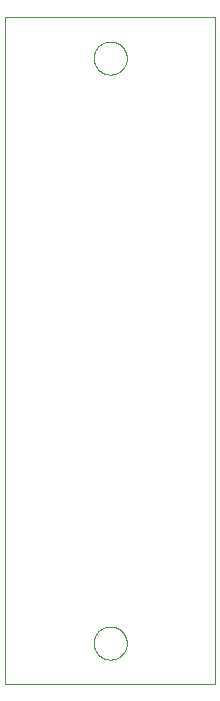
<source format=gko>
G75*
%MOIN*%
%OFA0B0*%
%FSLAX25Y25*%
%IPPOS*%
%LPD*%
%AMOC8*
5,1,8,0,0,1.08239X$1,22.5*
%
%ADD10C,0.00000*%
D10*
X0002750Y0002750D02*
X0002750Y0225250D01*
X0072750Y0225250D01*
X0072671Y0002750D01*
X0002750Y0002750D01*
X0032238Y0016500D02*
X0032240Y0016648D01*
X0032246Y0016796D01*
X0032256Y0016944D01*
X0032270Y0017091D01*
X0032288Y0017238D01*
X0032309Y0017384D01*
X0032335Y0017530D01*
X0032365Y0017675D01*
X0032398Y0017819D01*
X0032436Y0017962D01*
X0032477Y0018104D01*
X0032522Y0018245D01*
X0032570Y0018385D01*
X0032623Y0018524D01*
X0032679Y0018661D01*
X0032739Y0018796D01*
X0032802Y0018930D01*
X0032869Y0019062D01*
X0032940Y0019192D01*
X0033014Y0019320D01*
X0033091Y0019446D01*
X0033172Y0019570D01*
X0033256Y0019692D01*
X0033343Y0019811D01*
X0033434Y0019928D01*
X0033528Y0020043D01*
X0033624Y0020155D01*
X0033724Y0020265D01*
X0033826Y0020371D01*
X0033932Y0020475D01*
X0034040Y0020576D01*
X0034151Y0020674D01*
X0034264Y0020770D01*
X0034380Y0020862D01*
X0034498Y0020951D01*
X0034619Y0021036D01*
X0034742Y0021119D01*
X0034867Y0021198D01*
X0034994Y0021274D01*
X0035123Y0021346D01*
X0035254Y0021415D01*
X0035387Y0021480D01*
X0035522Y0021541D01*
X0035658Y0021599D01*
X0035795Y0021654D01*
X0035934Y0021704D01*
X0036075Y0021751D01*
X0036216Y0021794D01*
X0036359Y0021834D01*
X0036503Y0021869D01*
X0036647Y0021901D01*
X0036793Y0021928D01*
X0036939Y0021952D01*
X0037086Y0021972D01*
X0037233Y0021988D01*
X0037380Y0022000D01*
X0037528Y0022008D01*
X0037676Y0022012D01*
X0037824Y0022012D01*
X0037972Y0022008D01*
X0038120Y0022000D01*
X0038267Y0021988D01*
X0038414Y0021972D01*
X0038561Y0021952D01*
X0038707Y0021928D01*
X0038853Y0021901D01*
X0038997Y0021869D01*
X0039141Y0021834D01*
X0039284Y0021794D01*
X0039425Y0021751D01*
X0039566Y0021704D01*
X0039705Y0021654D01*
X0039842Y0021599D01*
X0039978Y0021541D01*
X0040113Y0021480D01*
X0040246Y0021415D01*
X0040377Y0021346D01*
X0040506Y0021274D01*
X0040633Y0021198D01*
X0040758Y0021119D01*
X0040881Y0021036D01*
X0041002Y0020951D01*
X0041120Y0020862D01*
X0041236Y0020770D01*
X0041349Y0020674D01*
X0041460Y0020576D01*
X0041568Y0020475D01*
X0041674Y0020371D01*
X0041776Y0020265D01*
X0041876Y0020155D01*
X0041972Y0020043D01*
X0042066Y0019928D01*
X0042157Y0019811D01*
X0042244Y0019692D01*
X0042328Y0019570D01*
X0042409Y0019446D01*
X0042486Y0019320D01*
X0042560Y0019192D01*
X0042631Y0019062D01*
X0042698Y0018930D01*
X0042761Y0018796D01*
X0042821Y0018661D01*
X0042877Y0018524D01*
X0042930Y0018385D01*
X0042978Y0018245D01*
X0043023Y0018104D01*
X0043064Y0017962D01*
X0043102Y0017819D01*
X0043135Y0017675D01*
X0043165Y0017530D01*
X0043191Y0017384D01*
X0043212Y0017238D01*
X0043230Y0017091D01*
X0043244Y0016944D01*
X0043254Y0016796D01*
X0043260Y0016648D01*
X0043262Y0016500D01*
X0043260Y0016352D01*
X0043254Y0016204D01*
X0043244Y0016056D01*
X0043230Y0015909D01*
X0043212Y0015762D01*
X0043191Y0015616D01*
X0043165Y0015470D01*
X0043135Y0015325D01*
X0043102Y0015181D01*
X0043064Y0015038D01*
X0043023Y0014896D01*
X0042978Y0014755D01*
X0042930Y0014615D01*
X0042877Y0014476D01*
X0042821Y0014339D01*
X0042761Y0014204D01*
X0042698Y0014070D01*
X0042631Y0013938D01*
X0042560Y0013808D01*
X0042486Y0013680D01*
X0042409Y0013554D01*
X0042328Y0013430D01*
X0042244Y0013308D01*
X0042157Y0013189D01*
X0042066Y0013072D01*
X0041972Y0012957D01*
X0041876Y0012845D01*
X0041776Y0012735D01*
X0041674Y0012629D01*
X0041568Y0012525D01*
X0041460Y0012424D01*
X0041349Y0012326D01*
X0041236Y0012230D01*
X0041120Y0012138D01*
X0041002Y0012049D01*
X0040881Y0011964D01*
X0040758Y0011881D01*
X0040633Y0011802D01*
X0040506Y0011726D01*
X0040377Y0011654D01*
X0040246Y0011585D01*
X0040113Y0011520D01*
X0039978Y0011459D01*
X0039842Y0011401D01*
X0039705Y0011346D01*
X0039566Y0011296D01*
X0039425Y0011249D01*
X0039284Y0011206D01*
X0039141Y0011166D01*
X0038997Y0011131D01*
X0038853Y0011099D01*
X0038707Y0011072D01*
X0038561Y0011048D01*
X0038414Y0011028D01*
X0038267Y0011012D01*
X0038120Y0011000D01*
X0037972Y0010992D01*
X0037824Y0010988D01*
X0037676Y0010988D01*
X0037528Y0010992D01*
X0037380Y0011000D01*
X0037233Y0011012D01*
X0037086Y0011028D01*
X0036939Y0011048D01*
X0036793Y0011072D01*
X0036647Y0011099D01*
X0036503Y0011131D01*
X0036359Y0011166D01*
X0036216Y0011206D01*
X0036075Y0011249D01*
X0035934Y0011296D01*
X0035795Y0011346D01*
X0035658Y0011401D01*
X0035522Y0011459D01*
X0035387Y0011520D01*
X0035254Y0011585D01*
X0035123Y0011654D01*
X0034994Y0011726D01*
X0034867Y0011802D01*
X0034742Y0011881D01*
X0034619Y0011964D01*
X0034498Y0012049D01*
X0034380Y0012138D01*
X0034264Y0012230D01*
X0034151Y0012326D01*
X0034040Y0012424D01*
X0033932Y0012525D01*
X0033826Y0012629D01*
X0033724Y0012735D01*
X0033624Y0012845D01*
X0033528Y0012957D01*
X0033434Y0013072D01*
X0033343Y0013189D01*
X0033256Y0013308D01*
X0033172Y0013430D01*
X0033091Y0013554D01*
X0033014Y0013680D01*
X0032940Y0013808D01*
X0032869Y0013938D01*
X0032802Y0014070D01*
X0032739Y0014204D01*
X0032679Y0014339D01*
X0032623Y0014476D01*
X0032570Y0014615D01*
X0032522Y0014755D01*
X0032477Y0014896D01*
X0032436Y0015038D01*
X0032398Y0015181D01*
X0032365Y0015325D01*
X0032335Y0015470D01*
X0032309Y0015616D01*
X0032288Y0015762D01*
X0032270Y0015909D01*
X0032256Y0016056D01*
X0032246Y0016204D01*
X0032240Y0016352D01*
X0032238Y0016500D01*
X0032238Y0211500D02*
X0032240Y0211648D01*
X0032246Y0211796D01*
X0032256Y0211944D01*
X0032270Y0212091D01*
X0032288Y0212238D01*
X0032309Y0212384D01*
X0032335Y0212530D01*
X0032365Y0212675D01*
X0032398Y0212819D01*
X0032436Y0212962D01*
X0032477Y0213104D01*
X0032522Y0213245D01*
X0032570Y0213385D01*
X0032623Y0213524D01*
X0032679Y0213661D01*
X0032739Y0213796D01*
X0032802Y0213930D01*
X0032869Y0214062D01*
X0032940Y0214192D01*
X0033014Y0214320D01*
X0033091Y0214446D01*
X0033172Y0214570D01*
X0033256Y0214692D01*
X0033343Y0214811D01*
X0033434Y0214928D01*
X0033528Y0215043D01*
X0033624Y0215155D01*
X0033724Y0215265D01*
X0033826Y0215371D01*
X0033932Y0215475D01*
X0034040Y0215576D01*
X0034151Y0215674D01*
X0034264Y0215770D01*
X0034380Y0215862D01*
X0034498Y0215951D01*
X0034619Y0216036D01*
X0034742Y0216119D01*
X0034867Y0216198D01*
X0034994Y0216274D01*
X0035123Y0216346D01*
X0035254Y0216415D01*
X0035387Y0216480D01*
X0035522Y0216541D01*
X0035658Y0216599D01*
X0035795Y0216654D01*
X0035934Y0216704D01*
X0036075Y0216751D01*
X0036216Y0216794D01*
X0036359Y0216834D01*
X0036503Y0216869D01*
X0036647Y0216901D01*
X0036793Y0216928D01*
X0036939Y0216952D01*
X0037086Y0216972D01*
X0037233Y0216988D01*
X0037380Y0217000D01*
X0037528Y0217008D01*
X0037676Y0217012D01*
X0037824Y0217012D01*
X0037972Y0217008D01*
X0038120Y0217000D01*
X0038267Y0216988D01*
X0038414Y0216972D01*
X0038561Y0216952D01*
X0038707Y0216928D01*
X0038853Y0216901D01*
X0038997Y0216869D01*
X0039141Y0216834D01*
X0039284Y0216794D01*
X0039425Y0216751D01*
X0039566Y0216704D01*
X0039705Y0216654D01*
X0039842Y0216599D01*
X0039978Y0216541D01*
X0040113Y0216480D01*
X0040246Y0216415D01*
X0040377Y0216346D01*
X0040506Y0216274D01*
X0040633Y0216198D01*
X0040758Y0216119D01*
X0040881Y0216036D01*
X0041002Y0215951D01*
X0041120Y0215862D01*
X0041236Y0215770D01*
X0041349Y0215674D01*
X0041460Y0215576D01*
X0041568Y0215475D01*
X0041674Y0215371D01*
X0041776Y0215265D01*
X0041876Y0215155D01*
X0041972Y0215043D01*
X0042066Y0214928D01*
X0042157Y0214811D01*
X0042244Y0214692D01*
X0042328Y0214570D01*
X0042409Y0214446D01*
X0042486Y0214320D01*
X0042560Y0214192D01*
X0042631Y0214062D01*
X0042698Y0213930D01*
X0042761Y0213796D01*
X0042821Y0213661D01*
X0042877Y0213524D01*
X0042930Y0213385D01*
X0042978Y0213245D01*
X0043023Y0213104D01*
X0043064Y0212962D01*
X0043102Y0212819D01*
X0043135Y0212675D01*
X0043165Y0212530D01*
X0043191Y0212384D01*
X0043212Y0212238D01*
X0043230Y0212091D01*
X0043244Y0211944D01*
X0043254Y0211796D01*
X0043260Y0211648D01*
X0043262Y0211500D01*
X0043260Y0211352D01*
X0043254Y0211204D01*
X0043244Y0211056D01*
X0043230Y0210909D01*
X0043212Y0210762D01*
X0043191Y0210616D01*
X0043165Y0210470D01*
X0043135Y0210325D01*
X0043102Y0210181D01*
X0043064Y0210038D01*
X0043023Y0209896D01*
X0042978Y0209755D01*
X0042930Y0209615D01*
X0042877Y0209476D01*
X0042821Y0209339D01*
X0042761Y0209204D01*
X0042698Y0209070D01*
X0042631Y0208938D01*
X0042560Y0208808D01*
X0042486Y0208680D01*
X0042409Y0208554D01*
X0042328Y0208430D01*
X0042244Y0208308D01*
X0042157Y0208189D01*
X0042066Y0208072D01*
X0041972Y0207957D01*
X0041876Y0207845D01*
X0041776Y0207735D01*
X0041674Y0207629D01*
X0041568Y0207525D01*
X0041460Y0207424D01*
X0041349Y0207326D01*
X0041236Y0207230D01*
X0041120Y0207138D01*
X0041002Y0207049D01*
X0040881Y0206964D01*
X0040758Y0206881D01*
X0040633Y0206802D01*
X0040506Y0206726D01*
X0040377Y0206654D01*
X0040246Y0206585D01*
X0040113Y0206520D01*
X0039978Y0206459D01*
X0039842Y0206401D01*
X0039705Y0206346D01*
X0039566Y0206296D01*
X0039425Y0206249D01*
X0039284Y0206206D01*
X0039141Y0206166D01*
X0038997Y0206131D01*
X0038853Y0206099D01*
X0038707Y0206072D01*
X0038561Y0206048D01*
X0038414Y0206028D01*
X0038267Y0206012D01*
X0038120Y0206000D01*
X0037972Y0205992D01*
X0037824Y0205988D01*
X0037676Y0205988D01*
X0037528Y0205992D01*
X0037380Y0206000D01*
X0037233Y0206012D01*
X0037086Y0206028D01*
X0036939Y0206048D01*
X0036793Y0206072D01*
X0036647Y0206099D01*
X0036503Y0206131D01*
X0036359Y0206166D01*
X0036216Y0206206D01*
X0036075Y0206249D01*
X0035934Y0206296D01*
X0035795Y0206346D01*
X0035658Y0206401D01*
X0035522Y0206459D01*
X0035387Y0206520D01*
X0035254Y0206585D01*
X0035123Y0206654D01*
X0034994Y0206726D01*
X0034867Y0206802D01*
X0034742Y0206881D01*
X0034619Y0206964D01*
X0034498Y0207049D01*
X0034380Y0207138D01*
X0034264Y0207230D01*
X0034151Y0207326D01*
X0034040Y0207424D01*
X0033932Y0207525D01*
X0033826Y0207629D01*
X0033724Y0207735D01*
X0033624Y0207845D01*
X0033528Y0207957D01*
X0033434Y0208072D01*
X0033343Y0208189D01*
X0033256Y0208308D01*
X0033172Y0208430D01*
X0033091Y0208554D01*
X0033014Y0208680D01*
X0032940Y0208808D01*
X0032869Y0208938D01*
X0032802Y0209070D01*
X0032739Y0209204D01*
X0032679Y0209339D01*
X0032623Y0209476D01*
X0032570Y0209615D01*
X0032522Y0209755D01*
X0032477Y0209896D01*
X0032436Y0210038D01*
X0032398Y0210181D01*
X0032365Y0210325D01*
X0032335Y0210470D01*
X0032309Y0210616D01*
X0032288Y0210762D01*
X0032270Y0210909D01*
X0032256Y0211056D01*
X0032246Y0211204D01*
X0032240Y0211352D01*
X0032238Y0211500D01*
M02*

</source>
